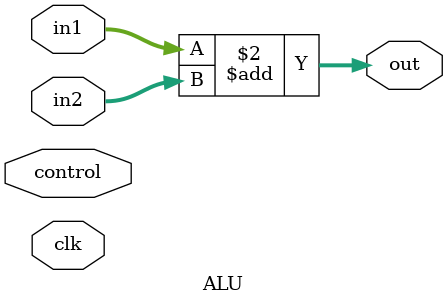
<source format=v>
module ALU(clk, control, in1, in2, out);

input clk;
input[1:0]  control;
input[7:0]  in1;
input[7:0]  in2;
output[7:0] out;

wire added[7:0];
wire subtr[7:0];
wire fetch[7:0];
reg temp[7:0];



always @(posedge clk)
begin
	
end



assign out = in1 + in2;		

endmodule
</source>
